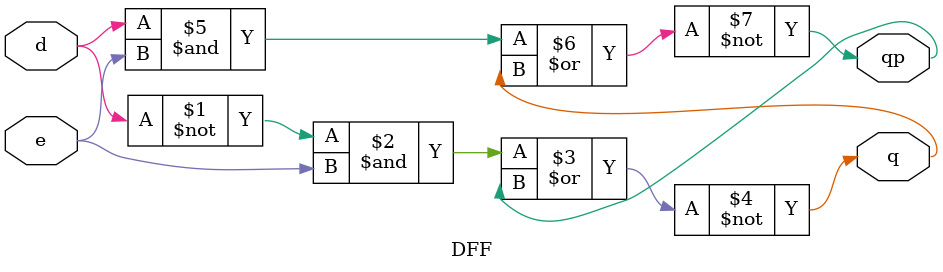
<source format=v>
`timescale 1ns / 1ps

module DFF(
    input d, e,
    output q, qp
    );
    
    assign q = ~((~d & e) | qp);
    assign qp = ~((d & e) | q);
    
endmodule

</source>
